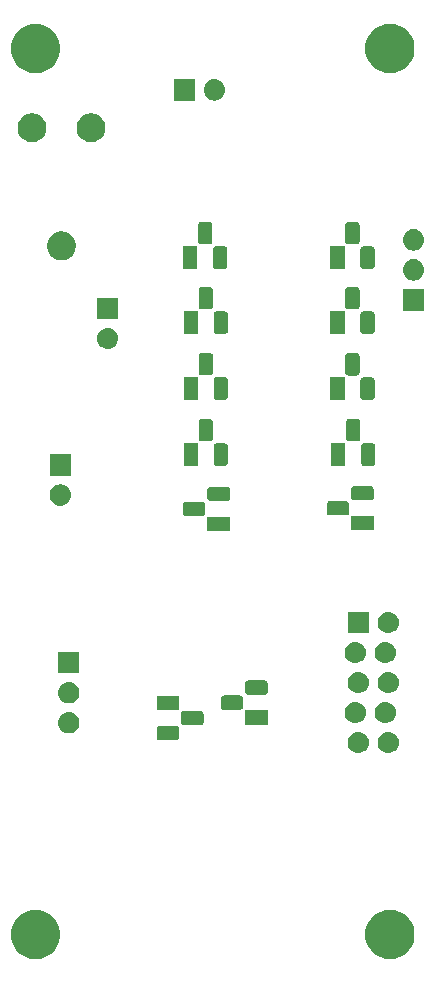
<source format=gbs>
G04 #@! TF.GenerationSoftware,KiCad,Pcbnew,(5.1.0)-1*
G04 #@! TF.CreationDate,2019-05-12T11:57:30-04:00*
G04 #@! TF.ProjectId,VCF,5643462e-6b69-4636-9164-5f7063625858,rev?*
G04 #@! TF.SameCoordinates,Original*
G04 #@! TF.FileFunction,Soldermask,Bot*
G04 #@! TF.FilePolarity,Negative*
%FSLAX46Y46*%
G04 Gerber Fmt 4.6, Leading zero omitted, Abs format (unit mm)*
G04 Created by KiCad (PCBNEW (5.1.0)-1) date 2019-05-12 11:57:30*
%MOMM*%
%LPD*%
G04 APERTURE LIST*
%ADD10C,0.100000*%
G04 APERTURE END LIST*
D10*
G36*
X65406373Y-107957024D02*
G01*
X65607589Y-107997048D01*
X65986671Y-108154069D01*
X66327835Y-108382028D01*
X66617972Y-108672165D01*
X66845931Y-109013329D01*
X67002952Y-109392411D01*
X67083000Y-109794842D01*
X67083000Y-110205158D01*
X67002952Y-110607589D01*
X66845931Y-110986671D01*
X66617972Y-111327835D01*
X66327835Y-111617972D01*
X65986671Y-111845931D01*
X65607589Y-112002952D01*
X65406373Y-112042976D01*
X65205159Y-112083000D01*
X64794841Y-112083000D01*
X64593627Y-112042976D01*
X64392411Y-112002952D01*
X64013329Y-111845931D01*
X63672165Y-111617972D01*
X63382028Y-111327835D01*
X63154069Y-110986671D01*
X62997048Y-110607589D01*
X62917000Y-110205158D01*
X62917000Y-109794842D01*
X62997048Y-109392411D01*
X63154069Y-109013329D01*
X63382028Y-108672165D01*
X63672165Y-108382028D01*
X64013329Y-108154069D01*
X64392411Y-107997048D01*
X64593627Y-107957024D01*
X64794841Y-107917000D01*
X65205159Y-107917000D01*
X65406373Y-107957024D01*
X65406373Y-107957024D01*
G37*
G36*
X35406373Y-107957024D02*
G01*
X35607589Y-107997048D01*
X35986671Y-108154069D01*
X36327835Y-108382028D01*
X36617972Y-108672165D01*
X36845931Y-109013329D01*
X37002952Y-109392411D01*
X37083000Y-109794842D01*
X37083000Y-110205158D01*
X37002952Y-110607589D01*
X36845931Y-110986671D01*
X36617972Y-111327835D01*
X36327835Y-111617972D01*
X35986671Y-111845931D01*
X35607589Y-112002952D01*
X35406373Y-112042976D01*
X35205159Y-112083000D01*
X34794841Y-112083000D01*
X34593627Y-112042976D01*
X34392411Y-112002952D01*
X34013329Y-111845931D01*
X33672165Y-111617972D01*
X33382028Y-111327835D01*
X33154069Y-110986671D01*
X32997048Y-110607589D01*
X32917000Y-110205158D01*
X32917000Y-109794842D01*
X32997048Y-109392411D01*
X33154069Y-109013329D01*
X33382028Y-108672165D01*
X33672165Y-108382028D01*
X34013329Y-108154069D01*
X34392411Y-107997048D01*
X34593627Y-107957024D01*
X34794841Y-107917000D01*
X35205159Y-107917000D01*
X35406373Y-107957024D01*
X35406373Y-107957024D01*
G37*
G36*
X62437442Y-92865518D02*
G01*
X62503627Y-92872037D01*
X62673466Y-92923557D01*
X62829991Y-93007222D01*
X62865729Y-93036552D01*
X62967186Y-93119814D01*
X63050448Y-93221271D01*
X63079778Y-93257009D01*
X63079779Y-93257011D01*
X63160191Y-93407449D01*
X63163443Y-93413534D01*
X63214963Y-93583373D01*
X63232359Y-93760000D01*
X63214963Y-93936627D01*
X63163443Y-94106466D01*
X63079778Y-94262991D01*
X63050448Y-94298729D01*
X62967186Y-94400186D01*
X62865729Y-94483448D01*
X62829991Y-94512778D01*
X62673466Y-94596443D01*
X62503627Y-94647963D01*
X62437443Y-94654481D01*
X62371260Y-94661000D01*
X62282740Y-94661000D01*
X62216557Y-94654481D01*
X62150373Y-94647963D01*
X61980534Y-94596443D01*
X61824009Y-94512778D01*
X61788271Y-94483448D01*
X61686814Y-94400186D01*
X61603552Y-94298729D01*
X61574222Y-94262991D01*
X61490557Y-94106466D01*
X61439037Y-93936627D01*
X61421641Y-93760000D01*
X61439037Y-93583373D01*
X61490557Y-93413534D01*
X61493810Y-93407449D01*
X61574221Y-93257011D01*
X61574222Y-93257009D01*
X61603552Y-93221271D01*
X61686814Y-93119814D01*
X61788271Y-93036552D01*
X61824009Y-93007222D01*
X61980534Y-92923557D01*
X62150373Y-92872037D01*
X62216558Y-92865518D01*
X62282740Y-92859000D01*
X62371260Y-92859000D01*
X62437442Y-92865518D01*
X62437442Y-92865518D01*
G37*
G36*
X64977442Y-92865518D02*
G01*
X65043627Y-92872037D01*
X65213466Y-92923557D01*
X65369991Y-93007222D01*
X65405729Y-93036552D01*
X65507186Y-93119814D01*
X65590448Y-93221271D01*
X65619778Y-93257009D01*
X65619779Y-93257011D01*
X65700191Y-93407449D01*
X65703443Y-93413534D01*
X65754963Y-93583373D01*
X65772359Y-93760000D01*
X65754963Y-93936627D01*
X65703443Y-94106466D01*
X65619778Y-94262991D01*
X65590448Y-94298729D01*
X65507186Y-94400186D01*
X65405729Y-94483448D01*
X65369991Y-94512778D01*
X65213466Y-94596443D01*
X65043627Y-94647963D01*
X64977443Y-94654481D01*
X64911260Y-94661000D01*
X64822740Y-94661000D01*
X64756557Y-94654481D01*
X64690373Y-94647963D01*
X64520534Y-94596443D01*
X64364009Y-94512778D01*
X64328271Y-94483448D01*
X64226814Y-94400186D01*
X64143552Y-94298729D01*
X64114222Y-94262991D01*
X64030557Y-94106466D01*
X63979037Y-93936627D01*
X63961641Y-93760000D01*
X63979037Y-93583373D01*
X64030557Y-93413534D01*
X64033810Y-93407449D01*
X64114221Y-93257011D01*
X64114222Y-93257009D01*
X64143552Y-93221271D01*
X64226814Y-93119814D01*
X64328271Y-93036552D01*
X64364009Y-93007222D01*
X64520534Y-92923557D01*
X64690373Y-92872037D01*
X64756558Y-92865518D01*
X64822740Y-92859000D01*
X64911260Y-92859000D01*
X64977442Y-92865518D01*
X64977442Y-92865518D01*
G37*
G36*
X46959315Y-92344166D02*
G01*
X47003843Y-92357674D01*
X47044892Y-92379615D01*
X47080864Y-92409136D01*
X47110385Y-92445108D01*
X47132326Y-92486157D01*
X47145834Y-92530685D01*
X47151000Y-92583140D01*
X47151000Y-93296860D01*
X47145834Y-93349315D01*
X47132326Y-93393843D01*
X47110385Y-93434892D01*
X47080864Y-93470864D01*
X47044892Y-93500385D01*
X47003843Y-93522326D01*
X46959315Y-93535834D01*
X46906860Y-93541000D01*
X45493140Y-93541000D01*
X45440685Y-93535834D01*
X45396157Y-93522326D01*
X45355108Y-93500385D01*
X45319136Y-93470864D01*
X45289615Y-93434892D01*
X45267674Y-93393843D01*
X45254166Y-93349315D01*
X45249000Y-93296860D01*
X45249000Y-92583140D01*
X45254166Y-92530685D01*
X45267674Y-92486157D01*
X45289615Y-92445108D01*
X45319136Y-92409136D01*
X45355108Y-92379615D01*
X45396157Y-92357674D01*
X45440685Y-92344166D01*
X45493140Y-92339000D01*
X46906860Y-92339000D01*
X46959315Y-92344166D01*
X46959315Y-92344166D01*
G37*
G36*
X37904396Y-91184923D02*
G01*
X37976627Y-91192037D01*
X38146466Y-91243557D01*
X38302991Y-91327222D01*
X38338729Y-91356552D01*
X38440186Y-91439814D01*
X38523448Y-91541271D01*
X38552778Y-91577009D01*
X38636443Y-91733534D01*
X38687963Y-91903373D01*
X38705359Y-92080000D01*
X38687963Y-92256627D01*
X38636443Y-92426466D01*
X38552778Y-92582991D01*
X38523448Y-92618729D01*
X38440186Y-92720186D01*
X38338729Y-92803448D01*
X38302991Y-92832778D01*
X38146466Y-92916443D01*
X37976627Y-92967963D01*
X37910443Y-92974481D01*
X37844260Y-92981000D01*
X37755740Y-92981000D01*
X37689557Y-92974481D01*
X37623373Y-92967963D01*
X37453534Y-92916443D01*
X37297009Y-92832778D01*
X37261271Y-92803448D01*
X37159814Y-92720186D01*
X37076552Y-92618729D01*
X37047222Y-92582991D01*
X36963557Y-92426466D01*
X36912037Y-92256627D01*
X36894641Y-92080000D01*
X36912037Y-91903373D01*
X36963557Y-91733534D01*
X37047222Y-91577009D01*
X37076552Y-91541271D01*
X37159814Y-91439814D01*
X37261271Y-91356552D01*
X37297009Y-91327222D01*
X37453534Y-91243557D01*
X37623373Y-91192037D01*
X37695604Y-91184923D01*
X37755740Y-91179000D01*
X37844260Y-91179000D01*
X37904396Y-91184923D01*
X37904396Y-91184923D01*
G37*
G36*
X49029315Y-91074166D02*
G01*
X49073843Y-91087674D01*
X49114892Y-91109615D01*
X49150864Y-91139136D01*
X49180385Y-91175108D01*
X49202326Y-91216157D01*
X49215834Y-91260685D01*
X49221000Y-91313140D01*
X49221000Y-92026860D01*
X49215834Y-92079315D01*
X49202326Y-92123843D01*
X49180385Y-92164892D01*
X49150864Y-92200864D01*
X49114892Y-92230385D01*
X49073843Y-92252326D01*
X49029315Y-92265834D01*
X48976860Y-92271000D01*
X47563140Y-92271000D01*
X47510685Y-92265834D01*
X47466157Y-92252326D01*
X47425108Y-92230385D01*
X47389136Y-92200864D01*
X47359615Y-92164892D01*
X47337674Y-92123843D01*
X47324166Y-92079315D01*
X47319000Y-92026860D01*
X47319000Y-91313140D01*
X47324166Y-91260685D01*
X47337675Y-91216153D01*
X47354368Y-91184923D01*
X47360417Y-91170320D01*
X47372624Y-91159256D01*
X47389136Y-91139136D01*
X47425108Y-91109615D01*
X47466157Y-91087674D01*
X47510685Y-91074166D01*
X47563140Y-91069000D01*
X48976860Y-91069000D01*
X49029315Y-91074166D01*
X49029315Y-91074166D01*
G37*
G36*
X54651000Y-92241000D02*
G01*
X52749000Y-92241000D01*
X52749000Y-91039000D01*
X54651000Y-91039000D01*
X54651000Y-92241000D01*
X54651000Y-92241000D01*
G37*
G36*
X62183443Y-90325519D02*
G01*
X62249627Y-90332037D01*
X62419466Y-90383557D01*
X62575991Y-90467222D01*
X62611729Y-90496552D01*
X62713186Y-90579814D01*
X62787609Y-90670500D01*
X62825778Y-90717009D01*
X62862385Y-90785496D01*
X62899578Y-90855077D01*
X62909443Y-90873534D01*
X62960963Y-91043373D01*
X62978359Y-91220000D01*
X62960963Y-91396627D01*
X62909443Y-91566466D01*
X62825778Y-91722991D01*
X62796448Y-91758729D01*
X62713186Y-91860186D01*
X62611729Y-91943448D01*
X62575991Y-91972778D01*
X62575989Y-91972779D01*
X62474812Y-92026860D01*
X62419466Y-92056443D01*
X62249627Y-92107963D01*
X62183443Y-92114481D01*
X62117260Y-92121000D01*
X62028740Y-92121000D01*
X61962557Y-92114481D01*
X61896373Y-92107963D01*
X61726534Y-92056443D01*
X61671189Y-92026860D01*
X61570011Y-91972779D01*
X61570009Y-91972778D01*
X61534271Y-91943448D01*
X61432814Y-91860186D01*
X61349552Y-91758729D01*
X61320222Y-91722991D01*
X61236557Y-91566466D01*
X61185037Y-91396627D01*
X61167641Y-91220000D01*
X61185037Y-91043373D01*
X61236557Y-90873534D01*
X61246423Y-90855077D01*
X61283615Y-90785496D01*
X61320222Y-90717009D01*
X61358391Y-90670500D01*
X61432814Y-90579814D01*
X61534271Y-90496552D01*
X61570009Y-90467222D01*
X61726534Y-90383557D01*
X61896373Y-90332037D01*
X61962557Y-90325519D01*
X62028740Y-90319000D01*
X62117260Y-90319000D01*
X62183443Y-90325519D01*
X62183443Y-90325519D01*
G37*
G36*
X64723443Y-90325519D02*
G01*
X64789627Y-90332037D01*
X64959466Y-90383557D01*
X65115991Y-90467222D01*
X65151729Y-90496552D01*
X65253186Y-90579814D01*
X65327609Y-90670500D01*
X65365778Y-90717009D01*
X65402385Y-90785496D01*
X65439578Y-90855077D01*
X65449443Y-90873534D01*
X65500963Y-91043373D01*
X65518359Y-91220000D01*
X65500963Y-91396627D01*
X65449443Y-91566466D01*
X65365778Y-91722991D01*
X65336448Y-91758729D01*
X65253186Y-91860186D01*
X65151729Y-91943448D01*
X65115991Y-91972778D01*
X65115989Y-91972779D01*
X65014812Y-92026860D01*
X64959466Y-92056443D01*
X64789627Y-92107963D01*
X64723443Y-92114481D01*
X64657260Y-92121000D01*
X64568740Y-92121000D01*
X64502557Y-92114481D01*
X64436373Y-92107963D01*
X64266534Y-92056443D01*
X64211189Y-92026860D01*
X64110011Y-91972779D01*
X64110009Y-91972778D01*
X64074271Y-91943448D01*
X63972814Y-91860186D01*
X63889552Y-91758729D01*
X63860222Y-91722991D01*
X63776557Y-91566466D01*
X63725037Y-91396627D01*
X63707641Y-91220000D01*
X63725037Y-91043373D01*
X63776557Y-90873534D01*
X63786423Y-90855077D01*
X63823615Y-90785496D01*
X63860222Y-90717009D01*
X63898391Y-90670500D01*
X63972814Y-90579814D01*
X64074271Y-90496552D01*
X64110009Y-90467222D01*
X64266534Y-90383557D01*
X64436373Y-90332037D01*
X64502557Y-90325519D01*
X64568740Y-90319000D01*
X64657260Y-90319000D01*
X64723443Y-90325519D01*
X64723443Y-90325519D01*
G37*
G36*
X47151000Y-91001000D02*
G01*
X45249000Y-91001000D01*
X45249000Y-89799000D01*
X47151000Y-89799000D01*
X47151000Y-91001000D01*
X47151000Y-91001000D01*
G37*
G36*
X52389315Y-89774166D02*
G01*
X52433843Y-89787674D01*
X52474892Y-89809615D01*
X52510864Y-89839136D01*
X52540385Y-89875108D01*
X52562326Y-89916157D01*
X52575834Y-89960685D01*
X52581000Y-90013140D01*
X52581000Y-90726860D01*
X52575834Y-90779315D01*
X52562325Y-90823847D01*
X52545632Y-90855077D01*
X52539583Y-90869680D01*
X52527376Y-90880744D01*
X52510864Y-90900864D01*
X52474892Y-90930385D01*
X52433843Y-90952326D01*
X52389315Y-90965834D01*
X52336860Y-90971000D01*
X50923140Y-90971000D01*
X50870685Y-90965834D01*
X50826157Y-90952326D01*
X50785108Y-90930385D01*
X50749136Y-90900864D01*
X50719615Y-90864892D01*
X50697674Y-90823843D01*
X50684166Y-90779315D01*
X50679000Y-90726860D01*
X50679000Y-90013140D01*
X50684166Y-89960685D01*
X50697674Y-89916157D01*
X50719615Y-89875108D01*
X50749136Y-89839136D01*
X50785108Y-89809615D01*
X50826157Y-89787674D01*
X50870685Y-89774166D01*
X50923140Y-89769000D01*
X52336860Y-89769000D01*
X52389315Y-89774166D01*
X52389315Y-89774166D01*
G37*
G36*
X37910443Y-88645519D02*
G01*
X37976627Y-88652037D01*
X38146466Y-88703557D01*
X38302991Y-88787222D01*
X38338729Y-88816552D01*
X38440186Y-88899814D01*
X38523448Y-89001271D01*
X38552778Y-89037009D01*
X38636443Y-89193534D01*
X38687963Y-89363373D01*
X38705359Y-89540000D01*
X38687963Y-89716627D01*
X38636443Y-89886466D01*
X38552778Y-90042991D01*
X38531022Y-90069500D01*
X38440186Y-90180186D01*
X38338729Y-90263448D01*
X38302991Y-90292778D01*
X38146466Y-90376443D01*
X37976627Y-90427963D01*
X37910442Y-90434482D01*
X37844260Y-90441000D01*
X37755740Y-90441000D01*
X37689558Y-90434482D01*
X37623373Y-90427963D01*
X37453534Y-90376443D01*
X37297009Y-90292778D01*
X37261271Y-90263448D01*
X37159814Y-90180186D01*
X37068978Y-90069500D01*
X37047222Y-90042991D01*
X36963557Y-89886466D01*
X36912037Y-89716627D01*
X36894641Y-89540000D01*
X36912037Y-89363373D01*
X36963557Y-89193534D01*
X37047222Y-89037009D01*
X37076552Y-89001271D01*
X37159814Y-88899814D01*
X37261271Y-88816552D01*
X37297009Y-88787222D01*
X37453534Y-88703557D01*
X37623373Y-88652037D01*
X37689557Y-88645519D01*
X37755740Y-88639000D01*
X37844260Y-88639000D01*
X37910443Y-88645519D01*
X37910443Y-88645519D01*
G37*
G36*
X54459315Y-88504166D02*
G01*
X54503843Y-88517674D01*
X54544892Y-88539615D01*
X54580864Y-88569136D01*
X54610385Y-88605108D01*
X54632326Y-88646157D01*
X54645834Y-88690685D01*
X54651000Y-88743140D01*
X54651000Y-89456860D01*
X54645834Y-89509315D01*
X54632326Y-89553843D01*
X54610385Y-89594892D01*
X54580864Y-89630864D01*
X54544892Y-89660385D01*
X54503843Y-89682326D01*
X54459315Y-89695834D01*
X54406860Y-89701000D01*
X52993140Y-89701000D01*
X52940685Y-89695834D01*
X52896157Y-89682326D01*
X52855108Y-89660385D01*
X52819136Y-89630864D01*
X52789615Y-89594892D01*
X52767674Y-89553843D01*
X52754166Y-89509315D01*
X52749000Y-89456860D01*
X52749000Y-88743140D01*
X52754166Y-88690685D01*
X52767674Y-88646157D01*
X52789615Y-88605108D01*
X52819136Y-88569136D01*
X52855108Y-88539615D01*
X52896157Y-88517674D01*
X52940685Y-88504166D01*
X52993140Y-88499000D01*
X54406860Y-88499000D01*
X54459315Y-88504166D01*
X54459315Y-88504166D01*
G37*
G36*
X62437443Y-87785519D02*
G01*
X62503627Y-87792037D01*
X62673466Y-87843557D01*
X62829991Y-87927222D01*
X62865729Y-87956552D01*
X62967186Y-88039814D01*
X63050448Y-88141271D01*
X63079778Y-88177009D01*
X63163443Y-88333534D01*
X63214963Y-88503373D01*
X63232359Y-88680000D01*
X63214963Y-88856627D01*
X63163443Y-89026466D01*
X63079778Y-89182991D01*
X63050448Y-89218729D01*
X62967186Y-89320186D01*
X62869322Y-89400500D01*
X62829991Y-89432778D01*
X62829989Y-89432779D01*
X62686802Y-89509315D01*
X62673466Y-89516443D01*
X62503627Y-89567963D01*
X62437442Y-89574482D01*
X62371260Y-89581000D01*
X62282740Y-89581000D01*
X62216558Y-89574482D01*
X62150373Y-89567963D01*
X61980534Y-89516443D01*
X61967199Y-89509315D01*
X61824011Y-89432779D01*
X61824009Y-89432778D01*
X61784678Y-89400500D01*
X61686814Y-89320186D01*
X61603552Y-89218729D01*
X61574222Y-89182991D01*
X61490557Y-89026466D01*
X61439037Y-88856627D01*
X61421641Y-88680000D01*
X61439037Y-88503373D01*
X61490557Y-88333534D01*
X61574222Y-88177009D01*
X61603552Y-88141271D01*
X61686814Y-88039814D01*
X61788271Y-87956552D01*
X61824009Y-87927222D01*
X61980534Y-87843557D01*
X62150373Y-87792037D01*
X62216557Y-87785519D01*
X62282740Y-87779000D01*
X62371260Y-87779000D01*
X62437443Y-87785519D01*
X62437443Y-87785519D01*
G37*
G36*
X64977443Y-87785519D02*
G01*
X65043627Y-87792037D01*
X65213466Y-87843557D01*
X65369991Y-87927222D01*
X65405729Y-87956552D01*
X65507186Y-88039814D01*
X65590448Y-88141271D01*
X65619778Y-88177009D01*
X65703443Y-88333534D01*
X65754963Y-88503373D01*
X65772359Y-88680000D01*
X65754963Y-88856627D01*
X65703443Y-89026466D01*
X65619778Y-89182991D01*
X65590448Y-89218729D01*
X65507186Y-89320186D01*
X65409322Y-89400500D01*
X65369991Y-89432778D01*
X65369989Y-89432779D01*
X65226802Y-89509315D01*
X65213466Y-89516443D01*
X65043627Y-89567963D01*
X64977442Y-89574482D01*
X64911260Y-89581000D01*
X64822740Y-89581000D01*
X64756558Y-89574482D01*
X64690373Y-89567963D01*
X64520534Y-89516443D01*
X64507199Y-89509315D01*
X64364011Y-89432779D01*
X64364009Y-89432778D01*
X64324678Y-89400500D01*
X64226814Y-89320186D01*
X64143552Y-89218729D01*
X64114222Y-89182991D01*
X64030557Y-89026466D01*
X63979037Y-88856627D01*
X63961641Y-88680000D01*
X63979037Y-88503373D01*
X64030557Y-88333534D01*
X64114222Y-88177009D01*
X64143552Y-88141271D01*
X64226814Y-88039814D01*
X64328271Y-87956552D01*
X64364009Y-87927222D01*
X64520534Y-87843557D01*
X64690373Y-87792037D01*
X64756557Y-87785519D01*
X64822740Y-87779000D01*
X64911260Y-87779000D01*
X64977443Y-87785519D01*
X64977443Y-87785519D01*
G37*
G36*
X38701000Y-87901000D02*
G01*
X36899000Y-87901000D01*
X36899000Y-86099000D01*
X38701000Y-86099000D01*
X38701000Y-87901000D01*
X38701000Y-87901000D01*
G37*
G36*
X62183443Y-85245519D02*
G01*
X62249627Y-85252037D01*
X62419466Y-85303557D01*
X62575991Y-85387222D01*
X62611729Y-85416552D01*
X62713186Y-85499814D01*
X62796448Y-85601271D01*
X62825778Y-85637009D01*
X62909443Y-85793534D01*
X62960963Y-85963373D01*
X62978359Y-86140000D01*
X62960963Y-86316627D01*
X62909443Y-86486466D01*
X62825778Y-86642991D01*
X62796448Y-86678729D01*
X62713186Y-86780186D01*
X62611729Y-86863448D01*
X62575991Y-86892778D01*
X62419466Y-86976443D01*
X62249627Y-87027963D01*
X62183443Y-87034481D01*
X62117260Y-87041000D01*
X62028740Y-87041000D01*
X61962557Y-87034481D01*
X61896373Y-87027963D01*
X61726534Y-86976443D01*
X61570009Y-86892778D01*
X61534271Y-86863448D01*
X61432814Y-86780186D01*
X61349552Y-86678729D01*
X61320222Y-86642991D01*
X61236557Y-86486466D01*
X61185037Y-86316627D01*
X61167641Y-86140000D01*
X61185037Y-85963373D01*
X61236557Y-85793534D01*
X61320222Y-85637009D01*
X61349552Y-85601271D01*
X61432814Y-85499814D01*
X61534271Y-85416552D01*
X61570009Y-85387222D01*
X61726534Y-85303557D01*
X61896373Y-85252037D01*
X61962557Y-85245519D01*
X62028740Y-85239000D01*
X62117260Y-85239000D01*
X62183443Y-85245519D01*
X62183443Y-85245519D01*
G37*
G36*
X64723443Y-85245519D02*
G01*
X64789627Y-85252037D01*
X64959466Y-85303557D01*
X65115991Y-85387222D01*
X65151729Y-85416552D01*
X65253186Y-85499814D01*
X65336448Y-85601271D01*
X65365778Y-85637009D01*
X65449443Y-85793534D01*
X65500963Y-85963373D01*
X65518359Y-86140000D01*
X65500963Y-86316627D01*
X65449443Y-86486466D01*
X65365778Y-86642991D01*
X65336448Y-86678729D01*
X65253186Y-86780186D01*
X65151729Y-86863448D01*
X65115991Y-86892778D01*
X64959466Y-86976443D01*
X64789627Y-87027963D01*
X64723443Y-87034481D01*
X64657260Y-87041000D01*
X64568740Y-87041000D01*
X64502557Y-87034481D01*
X64436373Y-87027963D01*
X64266534Y-86976443D01*
X64110009Y-86892778D01*
X64074271Y-86863448D01*
X63972814Y-86780186D01*
X63889552Y-86678729D01*
X63860222Y-86642991D01*
X63776557Y-86486466D01*
X63725037Y-86316627D01*
X63707641Y-86140000D01*
X63725037Y-85963373D01*
X63776557Y-85793534D01*
X63860222Y-85637009D01*
X63889552Y-85601271D01*
X63972814Y-85499814D01*
X64074271Y-85416552D01*
X64110009Y-85387222D01*
X64266534Y-85303557D01*
X64436373Y-85252037D01*
X64502557Y-85245519D01*
X64568740Y-85239000D01*
X64657260Y-85239000D01*
X64723443Y-85245519D01*
X64723443Y-85245519D01*
G37*
G36*
X64977442Y-82705518D02*
G01*
X65043627Y-82712037D01*
X65213466Y-82763557D01*
X65369991Y-82847222D01*
X65405729Y-82876552D01*
X65507186Y-82959814D01*
X65590448Y-83061271D01*
X65619778Y-83097009D01*
X65703443Y-83253534D01*
X65754963Y-83423373D01*
X65772359Y-83600000D01*
X65754963Y-83776627D01*
X65703443Y-83946466D01*
X65619778Y-84102991D01*
X65590448Y-84138729D01*
X65507186Y-84240186D01*
X65405729Y-84323448D01*
X65369991Y-84352778D01*
X65213466Y-84436443D01*
X65043627Y-84487963D01*
X64977443Y-84494481D01*
X64911260Y-84501000D01*
X64822740Y-84501000D01*
X64756557Y-84494481D01*
X64690373Y-84487963D01*
X64520534Y-84436443D01*
X64364009Y-84352778D01*
X64328271Y-84323448D01*
X64226814Y-84240186D01*
X64143552Y-84138729D01*
X64114222Y-84102991D01*
X64030557Y-83946466D01*
X63979037Y-83776627D01*
X63961641Y-83600000D01*
X63979037Y-83423373D01*
X64030557Y-83253534D01*
X64114222Y-83097009D01*
X64143552Y-83061271D01*
X64226814Y-82959814D01*
X64328271Y-82876552D01*
X64364009Y-82847222D01*
X64520534Y-82763557D01*
X64690373Y-82712037D01*
X64756558Y-82705518D01*
X64822740Y-82699000D01*
X64911260Y-82699000D01*
X64977442Y-82705518D01*
X64977442Y-82705518D01*
G37*
G36*
X63228000Y-84501000D02*
G01*
X61426000Y-84501000D01*
X61426000Y-82699000D01*
X63228000Y-82699000D01*
X63228000Y-84501000D01*
X63228000Y-84501000D01*
G37*
G36*
X51451000Y-75841000D02*
G01*
X49549000Y-75841000D01*
X49549000Y-74639000D01*
X51451000Y-74639000D01*
X51451000Y-75841000D01*
X51451000Y-75841000D01*
G37*
G36*
X63621000Y-75801000D02*
G01*
X61719000Y-75801000D01*
X61719000Y-74599000D01*
X63621000Y-74599000D01*
X63621000Y-75801000D01*
X63621000Y-75801000D01*
G37*
G36*
X49189315Y-73374166D02*
G01*
X49233843Y-73387674D01*
X49274892Y-73409615D01*
X49310864Y-73439136D01*
X49340385Y-73475108D01*
X49362326Y-73516157D01*
X49375834Y-73560685D01*
X49381000Y-73613140D01*
X49381000Y-74326860D01*
X49375834Y-74379315D01*
X49362325Y-74423847D01*
X49345632Y-74455077D01*
X49339583Y-74469680D01*
X49327376Y-74480744D01*
X49310864Y-74500864D01*
X49274892Y-74530385D01*
X49233843Y-74552326D01*
X49189315Y-74565834D01*
X49136860Y-74571000D01*
X47723140Y-74571000D01*
X47670685Y-74565834D01*
X47626157Y-74552326D01*
X47585108Y-74530385D01*
X47549136Y-74500864D01*
X47519615Y-74464892D01*
X47497674Y-74423843D01*
X47484166Y-74379315D01*
X47479000Y-74326860D01*
X47479000Y-73613140D01*
X47484166Y-73560685D01*
X47497674Y-73516157D01*
X47519615Y-73475108D01*
X47549136Y-73439136D01*
X47585108Y-73409615D01*
X47626157Y-73387674D01*
X47670685Y-73374166D01*
X47723140Y-73369000D01*
X49136860Y-73369000D01*
X49189315Y-73374166D01*
X49189315Y-73374166D01*
G37*
G36*
X61359315Y-73334166D02*
G01*
X61403843Y-73347674D01*
X61444892Y-73369615D01*
X61480864Y-73399136D01*
X61510385Y-73435108D01*
X61532326Y-73476157D01*
X61545834Y-73520685D01*
X61551000Y-73573140D01*
X61551000Y-74286860D01*
X61545834Y-74339315D01*
X61532325Y-74383847D01*
X61515632Y-74415077D01*
X61509583Y-74429680D01*
X61497376Y-74440744D01*
X61480864Y-74460864D01*
X61444892Y-74490385D01*
X61403843Y-74512326D01*
X61359315Y-74525834D01*
X61306860Y-74531000D01*
X59893140Y-74531000D01*
X59840685Y-74525834D01*
X59796157Y-74512326D01*
X59755108Y-74490385D01*
X59719136Y-74460864D01*
X59689615Y-74424892D01*
X59667674Y-74383843D01*
X59654166Y-74339315D01*
X59649000Y-74286860D01*
X59649000Y-73573140D01*
X59654166Y-73520685D01*
X59667674Y-73476157D01*
X59689615Y-73435108D01*
X59719136Y-73399136D01*
X59755108Y-73369615D01*
X59796157Y-73347674D01*
X59840685Y-73334166D01*
X59893140Y-73329000D01*
X61306860Y-73329000D01*
X61359315Y-73334166D01*
X61359315Y-73334166D01*
G37*
G36*
X37210443Y-71905519D02*
G01*
X37276627Y-71912037D01*
X37446466Y-71963557D01*
X37602991Y-72047222D01*
X37617342Y-72059000D01*
X37740186Y-72159814D01*
X37809688Y-72244504D01*
X37852778Y-72297009D01*
X37936443Y-72453534D01*
X37987963Y-72623373D01*
X38005359Y-72800000D01*
X37987963Y-72976627D01*
X37936443Y-73146466D01*
X37852778Y-73302991D01*
X37831433Y-73329000D01*
X37740186Y-73440186D01*
X37649628Y-73514504D01*
X37602991Y-73552778D01*
X37446466Y-73636443D01*
X37276627Y-73687963D01*
X37210442Y-73694482D01*
X37144260Y-73701000D01*
X37055740Y-73701000D01*
X36989558Y-73694482D01*
X36923373Y-73687963D01*
X36753534Y-73636443D01*
X36597009Y-73552778D01*
X36550372Y-73514504D01*
X36459814Y-73440186D01*
X36368567Y-73329000D01*
X36347222Y-73302991D01*
X36263557Y-73146466D01*
X36212037Y-72976627D01*
X36194641Y-72800000D01*
X36212037Y-72623373D01*
X36263557Y-72453534D01*
X36347222Y-72297009D01*
X36390312Y-72244504D01*
X36459814Y-72159814D01*
X36582658Y-72059000D01*
X36597009Y-72047222D01*
X36753534Y-71963557D01*
X36923373Y-71912037D01*
X36989557Y-71905519D01*
X37055740Y-71899000D01*
X37144260Y-71899000D01*
X37210443Y-71905519D01*
X37210443Y-71905519D01*
G37*
G36*
X51259315Y-72104166D02*
G01*
X51303843Y-72117674D01*
X51344892Y-72139615D01*
X51380864Y-72169136D01*
X51410385Y-72205108D01*
X51432326Y-72246157D01*
X51445834Y-72290685D01*
X51451000Y-72343140D01*
X51451000Y-73056860D01*
X51445834Y-73109315D01*
X51432326Y-73153843D01*
X51410385Y-73194892D01*
X51380864Y-73230864D01*
X51344892Y-73260385D01*
X51303843Y-73282326D01*
X51259315Y-73295834D01*
X51206860Y-73301000D01*
X49793140Y-73301000D01*
X49740685Y-73295834D01*
X49696157Y-73282326D01*
X49655108Y-73260385D01*
X49619136Y-73230864D01*
X49589615Y-73194892D01*
X49567674Y-73153843D01*
X49554166Y-73109315D01*
X49549000Y-73056860D01*
X49549000Y-72343140D01*
X49554166Y-72290685D01*
X49567674Y-72246157D01*
X49589615Y-72205108D01*
X49619136Y-72169136D01*
X49655108Y-72139615D01*
X49696157Y-72117674D01*
X49740685Y-72104166D01*
X49793140Y-72099000D01*
X51206860Y-72099000D01*
X51259315Y-72104166D01*
X51259315Y-72104166D01*
G37*
G36*
X63429315Y-72064166D02*
G01*
X63473843Y-72077674D01*
X63514892Y-72099615D01*
X63550864Y-72129136D01*
X63580385Y-72165108D01*
X63602326Y-72206157D01*
X63615834Y-72250685D01*
X63621000Y-72303140D01*
X63621000Y-73016860D01*
X63615834Y-73069315D01*
X63602326Y-73113843D01*
X63580385Y-73154892D01*
X63550864Y-73190864D01*
X63514892Y-73220385D01*
X63473843Y-73242326D01*
X63429315Y-73255834D01*
X63376860Y-73261000D01*
X61963140Y-73261000D01*
X61910685Y-73255834D01*
X61866157Y-73242326D01*
X61825108Y-73220385D01*
X61789136Y-73190864D01*
X61759615Y-73154892D01*
X61737674Y-73113843D01*
X61724166Y-73069315D01*
X61719000Y-73016860D01*
X61719000Y-72303140D01*
X61724166Y-72250685D01*
X61737674Y-72206157D01*
X61759615Y-72165108D01*
X61789136Y-72129136D01*
X61825108Y-72099615D01*
X61866157Y-72077674D01*
X61910685Y-72064166D01*
X61963140Y-72059000D01*
X63376860Y-72059000D01*
X63429315Y-72064166D01*
X63429315Y-72064166D01*
G37*
G36*
X38001000Y-71161000D02*
G01*
X36199000Y-71161000D01*
X36199000Y-69359000D01*
X38001000Y-69359000D01*
X38001000Y-71161000D01*
X38001000Y-71161000D01*
G37*
G36*
X63579315Y-68424166D02*
G01*
X63623843Y-68437674D01*
X63664892Y-68459615D01*
X63700864Y-68489136D01*
X63730385Y-68525108D01*
X63752326Y-68566157D01*
X63765834Y-68610685D01*
X63771000Y-68663140D01*
X63771000Y-70076860D01*
X63765834Y-70129315D01*
X63752326Y-70173843D01*
X63730385Y-70214892D01*
X63700864Y-70250864D01*
X63664892Y-70280385D01*
X63623843Y-70302326D01*
X63579315Y-70315834D01*
X63526860Y-70321000D01*
X62813140Y-70321000D01*
X62760685Y-70315834D01*
X62716157Y-70302326D01*
X62675108Y-70280385D01*
X62639136Y-70250864D01*
X62609615Y-70214892D01*
X62587674Y-70173843D01*
X62574166Y-70129315D01*
X62569000Y-70076860D01*
X62569000Y-68663140D01*
X62574166Y-68610685D01*
X62587674Y-68566157D01*
X62609615Y-68525108D01*
X62639136Y-68489136D01*
X62675108Y-68459615D01*
X62716157Y-68437674D01*
X62760685Y-68424166D01*
X62813140Y-68419000D01*
X63526860Y-68419000D01*
X63579315Y-68424166D01*
X63579315Y-68424166D01*
G37*
G36*
X51079315Y-68424166D02*
G01*
X51123843Y-68437674D01*
X51164892Y-68459615D01*
X51200864Y-68489136D01*
X51230385Y-68525108D01*
X51252326Y-68566157D01*
X51265834Y-68610685D01*
X51271000Y-68663140D01*
X51271000Y-70076860D01*
X51265834Y-70129315D01*
X51252326Y-70173843D01*
X51230385Y-70214892D01*
X51200864Y-70250864D01*
X51164892Y-70280385D01*
X51123843Y-70302326D01*
X51079315Y-70315834D01*
X51026860Y-70321000D01*
X50313140Y-70321000D01*
X50260685Y-70315834D01*
X50216157Y-70302326D01*
X50175108Y-70280385D01*
X50139136Y-70250864D01*
X50109615Y-70214892D01*
X50087674Y-70173843D01*
X50074166Y-70129315D01*
X50069000Y-70076860D01*
X50069000Y-68663140D01*
X50074166Y-68610685D01*
X50087674Y-68566157D01*
X50109615Y-68525108D01*
X50139136Y-68489136D01*
X50175108Y-68459615D01*
X50216157Y-68437674D01*
X50260685Y-68424166D01*
X50313140Y-68419000D01*
X51026860Y-68419000D01*
X51079315Y-68424166D01*
X51079315Y-68424166D01*
G37*
G36*
X61231000Y-70321000D02*
G01*
X60029000Y-70321000D01*
X60029000Y-68419000D01*
X61231000Y-68419000D01*
X61231000Y-70321000D01*
X61231000Y-70321000D01*
G37*
G36*
X48731000Y-70321000D02*
G01*
X47529000Y-70321000D01*
X47529000Y-68419000D01*
X48731000Y-68419000D01*
X48731000Y-70321000D01*
X48731000Y-70321000D01*
G37*
G36*
X62309315Y-66354166D02*
G01*
X62353843Y-66367674D01*
X62394892Y-66389615D01*
X62430864Y-66419136D01*
X62460385Y-66455108D01*
X62482326Y-66496157D01*
X62495834Y-66540685D01*
X62501000Y-66593140D01*
X62501000Y-68006860D01*
X62495834Y-68059315D01*
X62482326Y-68103843D01*
X62460385Y-68144892D01*
X62430864Y-68180864D01*
X62394892Y-68210385D01*
X62353843Y-68232326D01*
X62309315Y-68245834D01*
X62256860Y-68251000D01*
X61543140Y-68251000D01*
X61490685Y-68245834D01*
X61446153Y-68232325D01*
X61414923Y-68215632D01*
X61400320Y-68209583D01*
X61389256Y-68197376D01*
X61369136Y-68180864D01*
X61339615Y-68144892D01*
X61317674Y-68103843D01*
X61304166Y-68059315D01*
X61299000Y-68006860D01*
X61299000Y-66593140D01*
X61304166Y-66540685D01*
X61317674Y-66496157D01*
X61339615Y-66455108D01*
X61369136Y-66419136D01*
X61405108Y-66389615D01*
X61446157Y-66367674D01*
X61490685Y-66354166D01*
X61543140Y-66349000D01*
X62256860Y-66349000D01*
X62309315Y-66354166D01*
X62309315Y-66354166D01*
G37*
G36*
X49809315Y-66354166D02*
G01*
X49853843Y-66367674D01*
X49894892Y-66389615D01*
X49930864Y-66419136D01*
X49960385Y-66455108D01*
X49982326Y-66496157D01*
X49995834Y-66540685D01*
X50001000Y-66593140D01*
X50001000Y-68006860D01*
X49995834Y-68059315D01*
X49982326Y-68103843D01*
X49960385Y-68144892D01*
X49930864Y-68180864D01*
X49894892Y-68210385D01*
X49853843Y-68232326D01*
X49809315Y-68245834D01*
X49756860Y-68251000D01*
X49043140Y-68251000D01*
X48990685Y-68245834D01*
X48946153Y-68232325D01*
X48914923Y-68215632D01*
X48900320Y-68209583D01*
X48889256Y-68197376D01*
X48869136Y-68180864D01*
X48839615Y-68144892D01*
X48817674Y-68103843D01*
X48804166Y-68059315D01*
X48799000Y-68006860D01*
X48799000Y-66593140D01*
X48804166Y-66540685D01*
X48817674Y-66496157D01*
X48839615Y-66455108D01*
X48869136Y-66419136D01*
X48905108Y-66389615D01*
X48946157Y-66367674D01*
X48990685Y-66354166D01*
X49043140Y-66349000D01*
X49756860Y-66349000D01*
X49809315Y-66354166D01*
X49809315Y-66354166D01*
G37*
G36*
X63509315Y-62854166D02*
G01*
X63553843Y-62867674D01*
X63594892Y-62889615D01*
X63630864Y-62919136D01*
X63660385Y-62955108D01*
X63682326Y-62996157D01*
X63695834Y-63040685D01*
X63701000Y-63093140D01*
X63701000Y-64506860D01*
X63695834Y-64559315D01*
X63682326Y-64603843D01*
X63660385Y-64644892D01*
X63630864Y-64680864D01*
X63594892Y-64710385D01*
X63553843Y-64732326D01*
X63509315Y-64745834D01*
X63456860Y-64751000D01*
X62743140Y-64751000D01*
X62690685Y-64745834D01*
X62646157Y-64732326D01*
X62605108Y-64710385D01*
X62569136Y-64680864D01*
X62539615Y-64644892D01*
X62517674Y-64603843D01*
X62504166Y-64559315D01*
X62499000Y-64506860D01*
X62499000Y-63093140D01*
X62504166Y-63040685D01*
X62517674Y-62996157D01*
X62539615Y-62955108D01*
X62569136Y-62919136D01*
X62605108Y-62889615D01*
X62646157Y-62867674D01*
X62690685Y-62854166D01*
X62743140Y-62849000D01*
X63456860Y-62849000D01*
X63509315Y-62854166D01*
X63509315Y-62854166D01*
G37*
G36*
X61161000Y-64751000D02*
G01*
X59959000Y-64751000D01*
X59959000Y-62849000D01*
X61161000Y-62849000D01*
X61161000Y-64751000D01*
X61161000Y-64751000D01*
G37*
G36*
X51079315Y-62824166D02*
G01*
X51123843Y-62837674D01*
X51164892Y-62859615D01*
X51200864Y-62889136D01*
X51230385Y-62925108D01*
X51252326Y-62966157D01*
X51265834Y-63010685D01*
X51271000Y-63063140D01*
X51271000Y-64476860D01*
X51265834Y-64529315D01*
X51252326Y-64573843D01*
X51230385Y-64614892D01*
X51200864Y-64650864D01*
X51164892Y-64680385D01*
X51123843Y-64702326D01*
X51079315Y-64715834D01*
X51026860Y-64721000D01*
X50313140Y-64721000D01*
X50260685Y-64715834D01*
X50216157Y-64702326D01*
X50175108Y-64680385D01*
X50139136Y-64650864D01*
X50109615Y-64614892D01*
X50087674Y-64573843D01*
X50074166Y-64529315D01*
X50069000Y-64476860D01*
X50069000Y-63063140D01*
X50074166Y-63010685D01*
X50087674Y-62966157D01*
X50109615Y-62925108D01*
X50139136Y-62889136D01*
X50175108Y-62859615D01*
X50216157Y-62837674D01*
X50260685Y-62824166D01*
X50313140Y-62819000D01*
X51026860Y-62819000D01*
X51079315Y-62824166D01*
X51079315Y-62824166D01*
G37*
G36*
X48731000Y-64721000D02*
G01*
X47529000Y-64721000D01*
X47529000Y-62819000D01*
X48731000Y-62819000D01*
X48731000Y-64721000D01*
X48731000Y-64721000D01*
G37*
G36*
X62239315Y-60784166D02*
G01*
X62283843Y-60797674D01*
X62324892Y-60819615D01*
X62360864Y-60849136D01*
X62390385Y-60885108D01*
X62412326Y-60926157D01*
X62425834Y-60970685D01*
X62431000Y-61023140D01*
X62431000Y-62436860D01*
X62425834Y-62489315D01*
X62412326Y-62533843D01*
X62390385Y-62574892D01*
X62360864Y-62610864D01*
X62324892Y-62640385D01*
X62283843Y-62662326D01*
X62239315Y-62675834D01*
X62186860Y-62681000D01*
X61473140Y-62681000D01*
X61420685Y-62675834D01*
X61376153Y-62662325D01*
X61344923Y-62645632D01*
X61330320Y-62639583D01*
X61319256Y-62627376D01*
X61299136Y-62610864D01*
X61269615Y-62574892D01*
X61247674Y-62533843D01*
X61234166Y-62489315D01*
X61229000Y-62436860D01*
X61229000Y-61023140D01*
X61234166Y-60970685D01*
X61247674Y-60926157D01*
X61269615Y-60885108D01*
X61299136Y-60849136D01*
X61335108Y-60819615D01*
X61376157Y-60797674D01*
X61420685Y-60784166D01*
X61473140Y-60779000D01*
X62186860Y-60779000D01*
X62239315Y-60784166D01*
X62239315Y-60784166D01*
G37*
G36*
X49809315Y-60754166D02*
G01*
X49853843Y-60767674D01*
X49894892Y-60789615D01*
X49930864Y-60819136D01*
X49960385Y-60855108D01*
X49982326Y-60896157D01*
X49995834Y-60940685D01*
X50001000Y-60993140D01*
X50001000Y-62406860D01*
X49995834Y-62459315D01*
X49982326Y-62503843D01*
X49960385Y-62544892D01*
X49930864Y-62580864D01*
X49894892Y-62610385D01*
X49853843Y-62632326D01*
X49809315Y-62645834D01*
X49756860Y-62651000D01*
X49043140Y-62651000D01*
X48990685Y-62645834D01*
X48946153Y-62632325D01*
X48914923Y-62615632D01*
X48900320Y-62609583D01*
X48889256Y-62597376D01*
X48869136Y-62580864D01*
X48839615Y-62544892D01*
X48817674Y-62503843D01*
X48804166Y-62459315D01*
X48799000Y-62406860D01*
X48799000Y-60993140D01*
X48804166Y-60940685D01*
X48817674Y-60896157D01*
X48839615Y-60855108D01*
X48869136Y-60819136D01*
X48905108Y-60789615D01*
X48946157Y-60767674D01*
X48990685Y-60754166D01*
X49043140Y-60749000D01*
X49756860Y-60749000D01*
X49809315Y-60754166D01*
X49809315Y-60754166D01*
G37*
G36*
X41210442Y-58645518D02*
G01*
X41276627Y-58652037D01*
X41446466Y-58703557D01*
X41602991Y-58787222D01*
X41638729Y-58816552D01*
X41740186Y-58899814D01*
X41823448Y-59001271D01*
X41852778Y-59037009D01*
X41936443Y-59193534D01*
X41987963Y-59363373D01*
X42005359Y-59540000D01*
X41987963Y-59716627D01*
X41936443Y-59886466D01*
X41852778Y-60042991D01*
X41823448Y-60078729D01*
X41740186Y-60180186D01*
X41638729Y-60263448D01*
X41602991Y-60292778D01*
X41446466Y-60376443D01*
X41276627Y-60427963D01*
X41210443Y-60434481D01*
X41144260Y-60441000D01*
X41055740Y-60441000D01*
X40989557Y-60434481D01*
X40923373Y-60427963D01*
X40753534Y-60376443D01*
X40597009Y-60292778D01*
X40561271Y-60263448D01*
X40459814Y-60180186D01*
X40376552Y-60078729D01*
X40347222Y-60042991D01*
X40263557Y-59886466D01*
X40212037Y-59716627D01*
X40194641Y-59540000D01*
X40212037Y-59363373D01*
X40263557Y-59193534D01*
X40347222Y-59037009D01*
X40376552Y-59001271D01*
X40459814Y-58899814D01*
X40561271Y-58816552D01*
X40597009Y-58787222D01*
X40753534Y-58703557D01*
X40923373Y-58652037D01*
X40989558Y-58645518D01*
X41055740Y-58639000D01*
X41144260Y-58639000D01*
X41210442Y-58645518D01*
X41210442Y-58645518D01*
G37*
G36*
X48731000Y-59151000D02*
G01*
X47529000Y-59151000D01*
X47529000Y-57249000D01*
X48731000Y-57249000D01*
X48731000Y-59151000D01*
X48731000Y-59151000D01*
G37*
G36*
X51079315Y-57254166D02*
G01*
X51123843Y-57267674D01*
X51164892Y-57289615D01*
X51200864Y-57319136D01*
X51230385Y-57355108D01*
X51252326Y-57396157D01*
X51265834Y-57440685D01*
X51271000Y-57493140D01*
X51271000Y-58906860D01*
X51265834Y-58959315D01*
X51252326Y-59003843D01*
X51230385Y-59044892D01*
X51200864Y-59080864D01*
X51164892Y-59110385D01*
X51123843Y-59132326D01*
X51079315Y-59145834D01*
X51026860Y-59151000D01*
X50313140Y-59151000D01*
X50260685Y-59145834D01*
X50216157Y-59132326D01*
X50175108Y-59110385D01*
X50139136Y-59080864D01*
X50109615Y-59044892D01*
X50087674Y-59003843D01*
X50074166Y-58959315D01*
X50069000Y-58906860D01*
X50069000Y-57493140D01*
X50074166Y-57440685D01*
X50087674Y-57396157D01*
X50109615Y-57355108D01*
X50139136Y-57319136D01*
X50175108Y-57289615D01*
X50216157Y-57267674D01*
X50260685Y-57254166D01*
X50313140Y-57249000D01*
X51026860Y-57249000D01*
X51079315Y-57254166D01*
X51079315Y-57254166D01*
G37*
G36*
X63509315Y-57254166D02*
G01*
X63553843Y-57267674D01*
X63594892Y-57289615D01*
X63630864Y-57319136D01*
X63660385Y-57355108D01*
X63682326Y-57396157D01*
X63695834Y-57440685D01*
X63701000Y-57493140D01*
X63701000Y-58906860D01*
X63695834Y-58959315D01*
X63682326Y-59003843D01*
X63660385Y-59044892D01*
X63630864Y-59080864D01*
X63594892Y-59110385D01*
X63553843Y-59132326D01*
X63509315Y-59145834D01*
X63456860Y-59151000D01*
X62743140Y-59151000D01*
X62690685Y-59145834D01*
X62646157Y-59132326D01*
X62605108Y-59110385D01*
X62569136Y-59080864D01*
X62539615Y-59044892D01*
X62517674Y-59003843D01*
X62504166Y-58959315D01*
X62499000Y-58906860D01*
X62499000Y-57493140D01*
X62504166Y-57440685D01*
X62517674Y-57396157D01*
X62539615Y-57355108D01*
X62569136Y-57319136D01*
X62605108Y-57289615D01*
X62646157Y-57267674D01*
X62690685Y-57254166D01*
X62743140Y-57249000D01*
X63456860Y-57249000D01*
X63509315Y-57254166D01*
X63509315Y-57254166D01*
G37*
G36*
X61161000Y-59151000D02*
G01*
X59959000Y-59151000D01*
X59959000Y-57249000D01*
X61161000Y-57249000D01*
X61161000Y-59151000D01*
X61161000Y-59151000D01*
G37*
G36*
X42001000Y-57901000D02*
G01*
X40199000Y-57901000D01*
X40199000Y-56099000D01*
X42001000Y-56099000D01*
X42001000Y-57901000D01*
X42001000Y-57901000D01*
G37*
G36*
X67901000Y-57181000D02*
G01*
X66099000Y-57181000D01*
X66099000Y-55379000D01*
X67901000Y-55379000D01*
X67901000Y-57181000D01*
X67901000Y-57181000D01*
G37*
G36*
X49809315Y-55184166D02*
G01*
X49853843Y-55197674D01*
X49894892Y-55219615D01*
X49930864Y-55249136D01*
X49960385Y-55285108D01*
X49982326Y-55326157D01*
X49995834Y-55370685D01*
X50001000Y-55423140D01*
X50001000Y-56836860D01*
X49995834Y-56889315D01*
X49982326Y-56933843D01*
X49960385Y-56974892D01*
X49930864Y-57010864D01*
X49894892Y-57040385D01*
X49853843Y-57062326D01*
X49809315Y-57075834D01*
X49756860Y-57081000D01*
X49043140Y-57081000D01*
X48990685Y-57075834D01*
X48946153Y-57062325D01*
X48914923Y-57045632D01*
X48900320Y-57039583D01*
X48889256Y-57027376D01*
X48869136Y-57010864D01*
X48839615Y-56974892D01*
X48817674Y-56933843D01*
X48804166Y-56889315D01*
X48799000Y-56836860D01*
X48799000Y-55423140D01*
X48804166Y-55370685D01*
X48817674Y-55326157D01*
X48839615Y-55285108D01*
X48869136Y-55249136D01*
X48905108Y-55219615D01*
X48946157Y-55197674D01*
X48990685Y-55184166D01*
X49043140Y-55179000D01*
X49756860Y-55179000D01*
X49809315Y-55184166D01*
X49809315Y-55184166D01*
G37*
G36*
X62239315Y-55184166D02*
G01*
X62283843Y-55197674D01*
X62324892Y-55219615D01*
X62360864Y-55249136D01*
X62390385Y-55285108D01*
X62412326Y-55326157D01*
X62425834Y-55370685D01*
X62431000Y-55423140D01*
X62431000Y-56836860D01*
X62425834Y-56889315D01*
X62412326Y-56933843D01*
X62390385Y-56974892D01*
X62360864Y-57010864D01*
X62324892Y-57040385D01*
X62283843Y-57062326D01*
X62239315Y-57075834D01*
X62186860Y-57081000D01*
X61473140Y-57081000D01*
X61420685Y-57075834D01*
X61376153Y-57062325D01*
X61344923Y-57045632D01*
X61330320Y-57039583D01*
X61319256Y-57027376D01*
X61299136Y-57010864D01*
X61269615Y-56974892D01*
X61247674Y-56933843D01*
X61234166Y-56889315D01*
X61229000Y-56836860D01*
X61229000Y-55423140D01*
X61234166Y-55370685D01*
X61247674Y-55326157D01*
X61269615Y-55285108D01*
X61299136Y-55249136D01*
X61335108Y-55219615D01*
X61376157Y-55197674D01*
X61420685Y-55184166D01*
X61473140Y-55179000D01*
X62186860Y-55179000D01*
X62239315Y-55184166D01*
X62239315Y-55184166D01*
G37*
G36*
X67110442Y-52845518D02*
G01*
X67176627Y-52852037D01*
X67346466Y-52903557D01*
X67502991Y-52987222D01*
X67538729Y-53016552D01*
X67640186Y-53099814D01*
X67723448Y-53201271D01*
X67752778Y-53237009D01*
X67836443Y-53393534D01*
X67887963Y-53563373D01*
X67905359Y-53740000D01*
X67887963Y-53916627D01*
X67836443Y-54086466D01*
X67752778Y-54242991D01*
X67723448Y-54278729D01*
X67640186Y-54380186D01*
X67538729Y-54463448D01*
X67502991Y-54492778D01*
X67346466Y-54576443D01*
X67176627Y-54627963D01*
X67110442Y-54634482D01*
X67044260Y-54641000D01*
X66955740Y-54641000D01*
X66889558Y-54634482D01*
X66823373Y-54627963D01*
X66653534Y-54576443D01*
X66497009Y-54492778D01*
X66461271Y-54463448D01*
X66359814Y-54380186D01*
X66276552Y-54278729D01*
X66247222Y-54242991D01*
X66163557Y-54086466D01*
X66112037Y-53916627D01*
X66094641Y-53740000D01*
X66112037Y-53563373D01*
X66163557Y-53393534D01*
X66247222Y-53237009D01*
X66276552Y-53201271D01*
X66359814Y-53099814D01*
X66461271Y-53016552D01*
X66497009Y-52987222D01*
X66653534Y-52903557D01*
X66823373Y-52852037D01*
X66889558Y-52845518D01*
X66955740Y-52839000D01*
X67044260Y-52839000D01*
X67110442Y-52845518D01*
X67110442Y-52845518D01*
G37*
G36*
X51049315Y-51754166D02*
G01*
X51093843Y-51767674D01*
X51134892Y-51789615D01*
X51170864Y-51819136D01*
X51200385Y-51855108D01*
X51222326Y-51896157D01*
X51235834Y-51940685D01*
X51241000Y-51993140D01*
X51241000Y-53406860D01*
X51235834Y-53459315D01*
X51222326Y-53503843D01*
X51200385Y-53544892D01*
X51170864Y-53580864D01*
X51134892Y-53610385D01*
X51093843Y-53632326D01*
X51049315Y-53645834D01*
X50996860Y-53651000D01*
X50283140Y-53651000D01*
X50230685Y-53645834D01*
X50186157Y-53632326D01*
X50145108Y-53610385D01*
X50109136Y-53580864D01*
X50079615Y-53544892D01*
X50057674Y-53503843D01*
X50044166Y-53459315D01*
X50039000Y-53406860D01*
X50039000Y-51993140D01*
X50044166Y-51940685D01*
X50057674Y-51896157D01*
X50079615Y-51855108D01*
X50109136Y-51819136D01*
X50145108Y-51789615D01*
X50186157Y-51767674D01*
X50230685Y-51754166D01*
X50283140Y-51749000D01*
X50996860Y-51749000D01*
X51049315Y-51754166D01*
X51049315Y-51754166D01*
G37*
G36*
X63509315Y-51754166D02*
G01*
X63553843Y-51767674D01*
X63594892Y-51789615D01*
X63630864Y-51819136D01*
X63660385Y-51855108D01*
X63682326Y-51896157D01*
X63695834Y-51940685D01*
X63701000Y-51993140D01*
X63701000Y-53406860D01*
X63695834Y-53459315D01*
X63682326Y-53503843D01*
X63660385Y-53544892D01*
X63630864Y-53580864D01*
X63594892Y-53610385D01*
X63553843Y-53632326D01*
X63509315Y-53645834D01*
X63456860Y-53651000D01*
X62743140Y-53651000D01*
X62690685Y-53645834D01*
X62646157Y-53632326D01*
X62605108Y-53610385D01*
X62569136Y-53580864D01*
X62539615Y-53544892D01*
X62517674Y-53503843D01*
X62504166Y-53459315D01*
X62499000Y-53406860D01*
X62499000Y-51993140D01*
X62504166Y-51940685D01*
X62517674Y-51896157D01*
X62539615Y-51855108D01*
X62569136Y-51819136D01*
X62605108Y-51789615D01*
X62646157Y-51767674D01*
X62690685Y-51754166D01*
X62743140Y-51749000D01*
X63456860Y-51749000D01*
X63509315Y-51754166D01*
X63509315Y-51754166D01*
G37*
G36*
X61161000Y-53651000D02*
G01*
X59959000Y-53651000D01*
X59959000Y-51749000D01*
X61161000Y-51749000D01*
X61161000Y-53651000D01*
X61161000Y-53651000D01*
G37*
G36*
X48701000Y-53651000D02*
G01*
X47499000Y-53651000D01*
X47499000Y-51749000D01*
X48701000Y-51749000D01*
X48701000Y-53651000D01*
X48701000Y-53651000D01*
G37*
G36*
X37438205Y-50502461D02*
G01*
X37556153Y-50525922D01*
X37637975Y-50559814D01*
X37778359Y-50617963D01*
X37978342Y-50751587D01*
X38148413Y-50921658D01*
X38282037Y-51121641D01*
X38314494Y-51200000D01*
X38374078Y-51343847D01*
X38391979Y-51433843D01*
X38416701Y-51558126D01*
X38421000Y-51579742D01*
X38421000Y-51820258D01*
X38374078Y-52056153D01*
X38335953Y-52148194D01*
X38282037Y-52278359D01*
X38148413Y-52478342D01*
X37978342Y-52648413D01*
X37778359Y-52782037D01*
X37648194Y-52835953D01*
X37556153Y-52874078D01*
X37320259Y-52921000D01*
X37079741Y-52921000D01*
X36843847Y-52874078D01*
X36751806Y-52835953D01*
X36621641Y-52782037D01*
X36421658Y-52648413D01*
X36251587Y-52478342D01*
X36117963Y-52278359D01*
X36064047Y-52148194D01*
X36025922Y-52056153D01*
X35979000Y-51820258D01*
X35979000Y-51579742D01*
X35983300Y-51558126D01*
X36008021Y-51433843D01*
X36025922Y-51343847D01*
X36085506Y-51200000D01*
X36117963Y-51121641D01*
X36251587Y-50921658D01*
X36421658Y-50751587D01*
X36621641Y-50617963D01*
X36762025Y-50559814D01*
X36843847Y-50525922D01*
X37079741Y-50479000D01*
X37320259Y-50479000D01*
X37438205Y-50502461D01*
X37438205Y-50502461D01*
G37*
G36*
X67110442Y-50305518D02*
G01*
X67176627Y-50312037D01*
X67346466Y-50363557D01*
X67502991Y-50447222D01*
X67538729Y-50476552D01*
X67640186Y-50559814D01*
X67723448Y-50661271D01*
X67752778Y-50697009D01*
X67836443Y-50853534D01*
X67887963Y-51023373D01*
X67905359Y-51200000D01*
X67887963Y-51376627D01*
X67836696Y-51545632D01*
X67836442Y-51546468D01*
X67817984Y-51581000D01*
X67752778Y-51702991D01*
X67723448Y-51738729D01*
X67640186Y-51840186D01*
X67538729Y-51923448D01*
X67502991Y-51952778D01*
X67346466Y-52036443D01*
X67176627Y-52087963D01*
X67110442Y-52094482D01*
X67044260Y-52101000D01*
X66955740Y-52101000D01*
X66889558Y-52094482D01*
X66823373Y-52087963D01*
X66653534Y-52036443D01*
X66497009Y-51952778D01*
X66461271Y-51923448D01*
X66359814Y-51840186D01*
X66276552Y-51738729D01*
X66247222Y-51702991D01*
X66182016Y-51581000D01*
X66163558Y-51546468D01*
X66163304Y-51545632D01*
X66112037Y-51376627D01*
X66094641Y-51200000D01*
X66112037Y-51023373D01*
X66163557Y-50853534D01*
X66247222Y-50697009D01*
X66276552Y-50661271D01*
X66359814Y-50559814D01*
X66461271Y-50476552D01*
X66497009Y-50447222D01*
X66653534Y-50363557D01*
X66823373Y-50312037D01*
X66889558Y-50305518D01*
X66955740Y-50299000D01*
X67044260Y-50299000D01*
X67110442Y-50305518D01*
X67110442Y-50305518D01*
G37*
G36*
X49779315Y-49684166D02*
G01*
X49823843Y-49697674D01*
X49864892Y-49719615D01*
X49900864Y-49749136D01*
X49930385Y-49785108D01*
X49952326Y-49826157D01*
X49965834Y-49870685D01*
X49971000Y-49923140D01*
X49971000Y-51336860D01*
X49965834Y-51389315D01*
X49952326Y-51433843D01*
X49930385Y-51474892D01*
X49900864Y-51510864D01*
X49864892Y-51540385D01*
X49823843Y-51562326D01*
X49779315Y-51575834D01*
X49726860Y-51581000D01*
X49013140Y-51581000D01*
X48960685Y-51575834D01*
X48916153Y-51562325D01*
X48884923Y-51545632D01*
X48870320Y-51539583D01*
X48859256Y-51527376D01*
X48839136Y-51510864D01*
X48809615Y-51474892D01*
X48787674Y-51433843D01*
X48774166Y-51389315D01*
X48769000Y-51336860D01*
X48769000Y-49923140D01*
X48774166Y-49870685D01*
X48787674Y-49826157D01*
X48809615Y-49785108D01*
X48839136Y-49749136D01*
X48875108Y-49719615D01*
X48916157Y-49697674D01*
X48960685Y-49684166D01*
X49013140Y-49679000D01*
X49726860Y-49679000D01*
X49779315Y-49684166D01*
X49779315Y-49684166D01*
G37*
G36*
X62239315Y-49684166D02*
G01*
X62283843Y-49697674D01*
X62324892Y-49719615D01*
X62360864Y-49749136D01*
X62390385Y-49785108D01*
X62412326Y-49826157D01*
X62425834Y-49870685D01*
X62431000Y-49923140D01*
X62431000Y-51336860D01*
X62425834Y-51389315D01*
X62412326Y-51433843D01*
X62390385Y-51474892D01*
X62360864Y-51510864D01*
X62324892Y-51540385D01*
X62283843Y-51562326D01*
X62239315Y-51575834D01*
X62186860Y-51581000D01*
X61473140Y-51581000D01*
X61420685Y-51575834D01*
X61376153Y-51562325D01*
X61344923Y-51545632D01*
X61330320Y-51539583D01*
X61319256Y-51527376D01*
X61299136Y-51510864D01*
X61269615Y-51474892D01*
X61247674Y-51433843D01*
X61234166Y-51389315D01*
X61229000Y-51336860D01*
X61229000Y-49923140D01*
X61234166Y-49870685D01*
X61247674Y-49826157D01*
X61269615Y-49785108D01*
X61299136Y-49749136D01*
X61335108Y-49719615D01*
X61376157Y-49697674D01*
X61420685Y-49684166D01*
X61473140Y-49679000D01*
X62186860Y-49679000D01*
X62239315Y-49684166D01*
X62239315Y-49684166D01*
G37*
G36*
X34938205Y-40502461D02*
G01*
X35056153Y-40525922D01*
X35148194Y-40564047D01*
X35278359Y-40617963D01*
X35478342Y-40751587D01*
X35648413Y-40921658D01*
X35782037Y-41121641D01*
X35874078Y-41343848D01*
X35921000Y-41579741D01*
X35921000Y-41820259D01*
X35874078Y-42056152D01*
X35782037Y-42278359D01*
X35648413Y-42478342D01*
X35478342Y-42648413D01*
X35278359Y-42782037D01*
X35148194Y-42835953D01*
X35056153Y-42874078D01*
X34820259Y-42921000D01*
X34579741Y-42921000D01*
X34343847Y-42874078D01*
X34251806Y-42835953D01*
X34121641Y-42782037D01*
X33921658Y-42648413D01*
X33751587Y-42478342D01*
X33617963Y-42278359D01*
X33525922Y-42056152D01*
X33479000Y-41820259D01*
X33479000Y-41579741D01*
X33525922Y-41343848D01*
X33617963Y-41121641D01*
X33751587Y-40921658D01*
X33921658Y-40751587D01*
X34121641Y-40617963D01*
X34251806Y-40564047D01*
X34343847Y-40525922D01*
X34461795Y-40502461D01*
X34579741Y-40479000D01*
X34820259Y-40479000D01*
X34938205Y-40502461D01*
X34938205Y-40502461D01*
G37*
G36*
X39938205Y-40502461D02*
G01*
X40056153Y-40525922D01*
X40148194Y-40564047D01*
X40278359Y-40617963D01*
X40478342Y-40751587D01*
X40648413Y-40921658D01*
X40782037Y-41121641D01*
X40874078Y-41343848D01*
X40921000Y-41579741D01*
X40921000Y-41820259D01*
X40874078Y-42056152D01*
X40782037Y-42278359D01*
X40648413Y-42478342D01*
X40478342Y-42648413D01*
X40278359Y-42782037D01*
X40148194Y-42835953D01*
X40056153Y-42874078D01*
X39820259Y-42921000D01*
X39579741Y-42921000D01*
X39343847Y-42874078D01*
X39251806Y-42835953D01*
X39121641Y-42782037D01*
X38921658Y-42648413D01*
X38751587Y-42478342D01*
X38617963Y-42278359D01*
X38525922Y-42056152D01*
X38479000Y-41820259D01*
X38479000Y-41579741D01*
X38525922Y-41343848D01*
X38617963Y-41121641D01*
X38751587Y-40921658D01*
X38921658Y-40751587D01*
X39121641Y-40617963D01*
X39251806Y-40564047D01*
X39343847Y-40525922D01*
X39461795Y-40502461D01*
X39579741Y-40479000D01*
X39820259Y-40479000D01*
X39938205Y-40502461D01*
X39938205Y-40502461D01*
G37*
G36*
X48501000Y-39401000D02*
G01*
X46699000Y-39401000D01*
X46699000Y-37599000D01*
X48501000Y-37599000D01*
X48501000Y-39401000D01*
X48501000Y-39401000D01*
G37*
G36*
X50250443Y-37605519D02*
G01*
X50316627Y-37612037D01*
X50486466Y-37663557D01*
X50642991Y-37747222D01*
X50678729Y-37776552D01*
X50780186Y-37859814D01*
X50863448Y-37961271D01*
X50892778Y-37997009D01*
X50976443Y-38153534D01*
X51027963Y-38323373D01*
X51045359Y-38500000D01*
X51027963Y-38676627D01*
X50976443Y-38846466D01*
X50892778Y-39002991D01*
X50863448Y-39038729D01*
X50780186Y-39140186D01*
X50678729Y-39223448D01*
X50642991Y-39252778D01*
X50486466Y-39336443D01*
X50316627Y-39387963D01*
X50250443Y-39394481D01*
X50184260Y-39401000D01*
X50095740Y-39401000D01*
X50029557Y-39394481D01*
X49963373Y-39387963D01*
X49793534Y-39336443D01*
X49637009Y-39252778D01*
X49601271Y-39223448D01*
X49499814Y-39140186D01*
X49416552Y-39038729D01*
X49387222Y-39002991D01*
X49303557Y-38846466D01*
X49252037Y-38676627D01*
X49234641Y-38500000D01*
X49252037Y-38323373D01*
X49303557Y-38153534D01*
X49387222Y-37997009D01*
X49416552Y-37961271D01*
X49499814Y-37859814D01*
X49601271Y-37776552D01*
X49637009Y-37747222D01*
X49793534Y-37663557D01*
X49963373Y-37612037D01*
X50029557Y-37605519D01*
X50095740Y-37599000D01*
X50184260Y-37599000D01*
X50250443Y-37605519D01*
X50250443Y-37605519D01*
G37*
G36*
X65406373Y-32957024D02*
G01*
X65607589Y-32997048D01*
X65986671Y-33154069D01*
X66327835Y-33382028D01*
X66617972Y-33672165D01*
X66845931Y-34013329D01*
X67002952Y-34392411D01*
X67083000Y-34794842D01*
X67083000Y-35205158D01*
X67002952Y-35607589D01*
X66845931Y-35986671D01*
X66617972Y-36327835D01*
X66327835Y-36617972D01*
X65986671Y-36845931D01*
X65607589Y-37002952D01*
X65406373Y-37042976D01*
X65205159Y-37083000D01*
X64794841Y-37083000D01*
X64593627Y-37042976D01*
X64392411Y-37002952D01*
X64013329Y-36845931D01*
X63672165Y-36617972D01*
X63382028Y-36327835D01*
X63154069Y-35986671D01*
X62997048Y-35607589D01*
X62917000Y-35205158D01*
X62917000Y-34794842D01*
X62997048Y-34392411D01*
X63154069Y-34013329D01*
X63382028Y-33672165D01*
X63672165Y-33382028D01*
X64013329Y-33154069D01*
X64392411Y-32997048D01*
X64593627Y-32957024D01*
X64794841Y-32917000D01*
X65205159Y-32917000D01*
X65406373Y-32957024D01*
X65406373Y-32957024D01*
G37*
G36*
X35406373Y-32957024D02*
G01*
X35607589Y-32997048D01*
X35986671Y-33154069D01*
X36327835Y-33382028D01*
X36617972Y-33672165D01*
X36845931Y-34013329D01*
X37002952Y-34392411D01*
X37083000Y-34794842D01*
X37083000Y-35205158D01*
X37002952Y-35607589D01*
X36845931Y-35986671D01*
X36617972Y-36327835D01*
X36327835Y-36617972D01*
X35986671Y-36845931D01*
X35607589Y-37002952D01*
X35406373Y-37042976D01*
X35205159Y-37083000D01*
X34794841Y-37083000D01*
X34593627Y-37042976D01*
X34392411Y-37002952D01*
X34013329Y-36845931D01*
X33672165Y-36617972D01*
X33382028Y-36327835D01*
X33154069Y-35986671D01*
X32997048Y-35607589D01*
X32917000Y-35205158D01*
X32917000Y-34794842D01*
X32997048Y-34392411D01*
X33154069Y-34013329D01*
X33382028Y-33672165D01*
X33672165Y-33382028D01*
X34013329Y-33154069D01*
X34392411Y-32997048D01*
X34593627Y-32957024D01*
X34794841Y-32917000D01*
X35205159Y-32917000D01*
X35406373Y-32957024D01*
X35406373Y-32957024D01*
G37*
M02*

</source>
